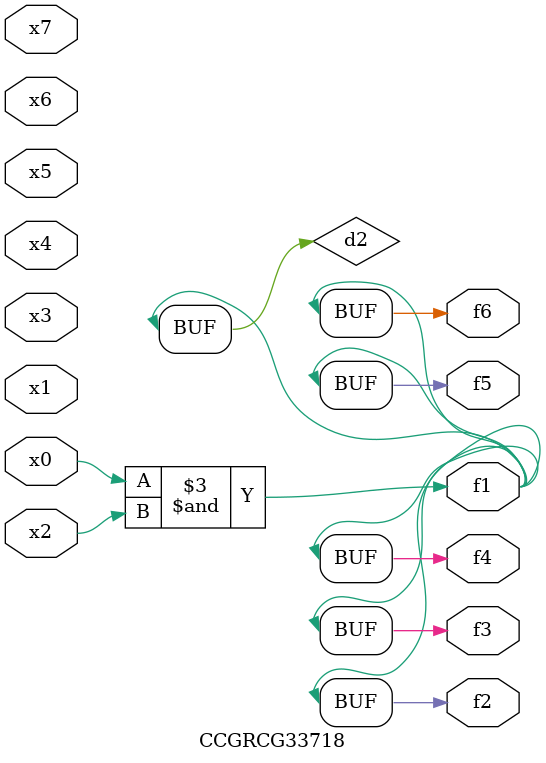
<source format=v>
module CCGRCG33718(
	input x0, x1, x2, x3, x4, x5, x6, x7,
	output f1, f2, f3, f4, f5, f6
);

	wire d1, d2;

	nor (d1, x3, x6);
	and (d2, x0, x2);
	assign f1 = d2;
	assign f2 = d2;
	assign f3 = d2;
	assign f4 = d2;
	assign f5 = d2;
	assign f6 = d2;
endmodule

</source>
